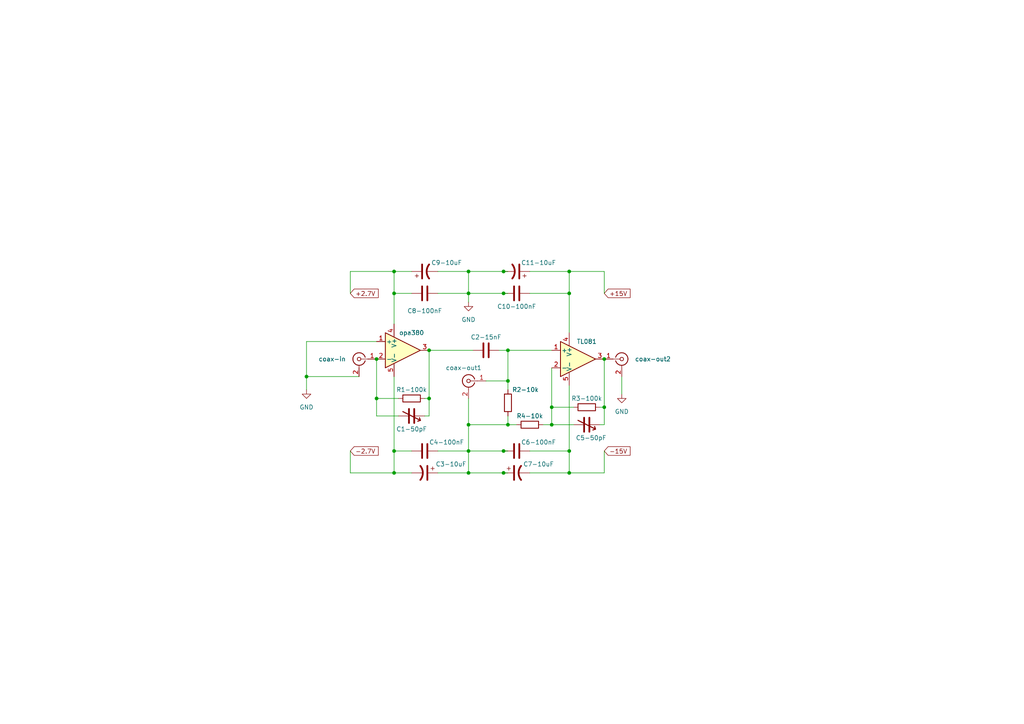
<source format=kicad_sch>
(kicad_sch (version 20230121) (generator eeschema)

  (uuid 1c2464a2-7592-45f1-8818-e9f7f6368cba)

  (paper "A4")

  (lib_symbols
    (symbol "Connector:Conn_Coaxial" (pin_names (offset 1.016) hide) (in_bom yes) (on_board yes)
      (property "Reference" "J" (at 0.254 3.048 0)
        (effects (font (size 1.27 1.27)))
      )
      (property "Value" "Conn_Coaxial" (at 2.921 0 90)
        (effects (font (size 1.27 1.27)))
      )
      (property "Footprint" "" (at 0 0 0)
        (effects (font (size 1.27 1.27)) hide)
      )
      (property "Datasheet" " ~" (at 0 0 0)
        (effects (font (size 1.27 1.27)) hide)
      )
      (property "ki_keywords" "BNC SMA SMB SMC LEMO coaxial connector CINCH RCA" (at 0 0 0)
        (effects (font (size 1.27 1.27)) hide)
      )
      (property "ki_description" "coaxial connector (BNC, SMA, SMB, SMC, Cinch/RCA, LEMO, ...)" (at 0 0 0)
        (effects (font (size 1.27 1.27)) hide)
      )
      (property "ki_fp_filters" "*BNC* *SMA* *SMB* *SMC* *Cinch* *LEMO*" (at 0 0 0)
        (effects (font (size 1.27 1.27)) hide)
      )
      (symbol "Conn_Coaxial_0_1"
        (arc (start -1.778 -0.508) (mid 0.2311 -1.8066) (end 1.778 0)
          (stroke (width 0.254) (type default))
          (fill (type none))
        )
        (polyline
          (pts
            (xy -2.54 0)
            (xy -0.508 0)
          )
          (stroke (width 0) (type default))
          (fill (type none))
        )
        (polyline
          (pts
            (xy 0 -2.54)
            (xy 0 -1.778)
          )
          (stroke (width 0) (type default))
          (fill (type none))
        )
        (circle (center 0 0) (radius 0.508)
          (stroke (width 0.2032) (type default))
          (fill (type none))
        )
        (arc (start 1.778 0) (mid 0.2099 1.8101) (end -1.778 0.508)
          (stroke (width 0.254) (type default))
          (fill (type none))
        )
      )
      (symbol "Conn_Coaxial_1_1"
        (pin passive line (at -5.08 0 0) (length 2.54)
          (name "In" (effects (font (size 1.27 1.27))))
          (number "1" (effects (font (size 1.27 1.27))))
        )
        (pin passive line (at 0 -5.08 90) (length 2.54)
          (name "Ext" (effects (font (size 1.27 1.27))))
          (number "2" (effects (font (size 1.27 1.27))))
        )
      )
    )
    (symbol "Device:C" (pin_numbers hide) (pin_names (offset 0.254)) (in_bom yes) (on_board yes)
      (property "Reference" "C" (at 0.635 2.54 0)
        (effects (font (size 1.27 1.27)) (justify left))
      )
      (property "Value" "C" (at 0.635 -2.54 0)
        (effects (font (size 1.27 1.27)) (justify left))
      )
      (property "Footprint" "" (at 0.9652 -3.81 0)
        (effects (font (size 1.27 1.27)) hide)
      )
      (property "Datasheet" "~" (at 0 0 0)
        (effects (font (size 1.27 1.27)) hide)
      )
      (property "ki_keywords" "cap capacitor" (at 0 0 0)
        (effects (font (size 1.27 1.27)) hide)
      )
      (property "ki_description" "Unpolarized capacitor" (at 0 0 0)
        (effects (font (size 1.27 1.27)) hide)
      )
      (property "ki_fp_filters" "C_*" (at 0 0 0)
        (effects (font (size 1.27 1.27)) hide)
      )
      (symbol "C_0_1"
        (polyline
          (pts
            (xy -2.032 -0.762)
            (xy 2.032 -0.762)
          )
          (stroke (width 0.508) (type default))
          (fill (type none))
        )
        (polyline
          (pts
            (xy -2.032 0.762)
            (xy 2.032 0.762)
          )
          (stroke (width 0.508) (type default))
          (fill (type none))
        )
      )
      (symbol "C_1_1"
        (pin passive line (at 0 3.81 270) (length 2.794)
          (name "~" (effects (font (size 1.27 1.27))))
          (number "1" (effects (font (size 1.27 1.27))))
        )
        (pin passive line (at 0 -3.81 90) (length 2.794)
          (name "~" (effects (font (size 1.27 1.27))))
          (number "2" (effects (font (size 1.27 1.27))))
        )
      )
    )
    (symbol "Device:C_Polarized_US" (pin_numbers hide) (pin_names (offset 0.254) hide) (in_bom yes) (on_board yes)
      (property "Reference" "C" (at 0.635 2.54 0)
        (effects (font (size 1.27 1.27)) (justify left))
      )
      (property "Value" "C_Polarized_US" (at 0.635 -2.54 0)
        (effects (font (size 1.27 1.27)) (justify left))
      )
      (property "Footprint" "" (at 0 0 0)
        (effects (font (size 1.27 1.27)) hide)
      )
      (property "Datasheet" "~" (at 0 0 0)
        (effects (font (size 1.27 1.27)) hide)
      )
      (property "ki_keywords" "cap capacitor" (at 0 0 0)
        (effects (font (size 1.27 1.27)) hide)
      )
      (property "ki_description" "Polarized capacitor, US symbol" (at 0 0 0)
        (effects (font (size 1.27 1.27)) hide)
      )
      (property "ki_fp_filters" "CP_*" (at 0 0 0)
        (effects (font (size 1.27 1.27)) hide)
      )
      (symbol "C_Polarized_US_0_1"
        (polyline
          (pts
            (xy -2.032 0.762)
            (xy 2.032 0.762)
          )
          (stroke (width 0.508) (type default))
          (fill (type none))
        )
        (polyline
          (pts
            (xy -1.778 2.286)
            (xy -0.762 2.286)
          )
          (stroke (width 0) (type default))
          (fill (type none))
        )
        (polyline
          (pts
            (xy -1.27 1.778)
            (xy -1.27 2.794)
          )
          (stroke (width 0) (type default))
          (fill (type none))
        )
        (arc (start 2.032 -1.27) (mid 0 -0.5572) (end -2.032 -1.27)
          (stroke (width 0.508) (type default))
          (fill (type none))
        )
      )
      (symbol "C_Polarized_US_1_1"
        (pin passive line (at 0 3.81 270) (length 2.794)
          (name "~" (effects (font (size 1.27 1.27))))
          (number "1" (effects (font (size 1.27 1.27))))
        )
        (pin passive line (at 0 -3.81 90) (length 3.302)
          (name "~" (effects (font (size 1.27 1.27))))
          (number "2" (effects (font (size 1.27 1.27))))
        )
      )
    )
    (symbol "Device:C_Variable" (pin_numbers hide) (pin_names (offset 0.254) hide) (in_bom yes) (on_board yes)
      (property "Reference" "C" (at 0.635 -1.905 0)
        (effects (font (size 1.27 1.27)) (justify left))
      )
      (property "Value" "C_Variable" (at 0.635 -3.81 0)
        (effects (font (size 1.27 1.27)) (justify left))
      )
      (property "Footprint" "" (at 0 0 0)
        (effects (font (size 1.27 1.27)) hide)
      )
      (property "Datasheet" "~" (at 0 0 0)
        (effects (font (size 1.27 1.27)) hide)
      )
      (property "ki_keywords" "trimmer capacitor" (at 0 0 0)
        (effects (font (size 1.27 1.27)) hide)
      )
      (property "ki_description" "Variable capacitor" (at 0 0 0)
        (effects (font (size 1.27 1.27)) hide)
      )
      (symbol "C_Variable_0_1"
        (polyline
          (pts
            (xy -2.032 -0.762)
            (xy 2.032 -0.762)
          )
          (stroke (width 0.508) (type default))
          (fill (type none))
        )
        (polyline
          (pts
            (xy -2.032 0.762)
            (xy 2.032 0.762)
          )
          (stroke (width 0.508) (type default))
          (fill (type none))
        )
        (polyline
          (pts
            (xy 1.27 2.54)
            (xy -1.27 -2.54)
          )
          (stroke (width 0.3048) (type default))
          (fill (type none))
        )
        (polyline
          (pts
            (xy 1.27 2.54)
            (xy 0.508 2.286)
          )
          (stroke (width 0.3048) (type default))
          (fill (type none))
        )
        (polyline
          (pts
            (xy 1.27 2.54)
            (xy 1.524 1.778)
          )
          (stroke (width 0.3048) (type default))
          (fill (type none))
        )
      )
      (symbol "C_Variable_1_1"
        (pin passive line (at 0 3.81 270) (length 3.048)
          (name "~" (effects (font (size 1.27 1.27))))
          (number "1" (effects (font (size 1.27 1.27))))
        )
        (pin passive line (at 0 -3.81 90) (length 3.048)
          (name "~" (effects (font (size 1.27 1.27))))
          (number "2" (effects (font (size 1.27 1.27))))
        )
      )
    )
    (symbol "Device:R" (pin_numbers hide) (pin_names (offset 0)) (in_bom yes) (on_board yes)
      (property "Reference" "R" (at 2.032 0 90)
        (effects (font (size 1.27 1.27)))
      )
      (property "Value" "R" (at 0 0 90)
        (effects (font (size 1.27 1.27)))
      )
      (property "Footprint" "" (at -1.778 0 90)
        (effects (font (size 1.27 1.27)) hide)
      )
      (property "Datasheet" "~" (at 0 0 0)
        (effects (font (size 1.27 1.27)) hide)
      )
      (property "ki_keywords" "R res resistor" (at 0 0 0)
        (effects (font (size 1.27 1.27)) hide)
      )
      (property "ki_description" "Resistor" (at 0 0 0)
        (effects (font (size 1.27 1.27)) hide)
      )
      (property "ki_fp_filters" "R_*" (at 0 0 0)
        (effects (font (size 1.27 1.27)) hide)
      )
      (symbol "R_0_1"
        (rectangle (start -1.016 -2.54) (end 1.016 2.54)
          (stroke (width 0.254) (type default))
          (fill (type none))
        )
      )
      (symbol "R_1_1"
        (pin passive line (at 0 3.81 270) (length 1.27)
          (name "~" (effects (font (size 1.27 1.27))))
          (number "1" (effects (font (size 1.27 1.27))))
        )
        (pin passive line (at 0 -3.81 90) (length 1.27)
          (name "~" (effects (font (size 1.27 1.27))))
          (number "2" (effects (font (size 1.27 1.27))))
        )
      )
    )
    (symbol "Simulation_SPICE:OPAMP" (pin_names (offset 0.254)) (in_bom yes) (on_board yes)
      (property "Reference" "U" (at 3.81 3.175 0)
        (effects (font (size 1.27 1.27)) (justify left))
      )
      (property "Value" "${SIM.PARAMS}" (at 3.81 -3.175 0)
        (effects (font (size 1.27 1.27)) (justify left))
      )
      (property "Footprint" "" (at 0 0 0)
        (effects (font (size 1.27 1.27)) hide)
      )
      (property "Datasheet" "~" (at 0 0 0)
        (effects (font (size 1.27 1.27)) hide)
      )
      (property "Sim.Pins" "1=1 2=2 3=3 4=4 5=5" (at 0 0 0)
        (effects (font (size 1.27 1.27)) hide)
      )
      (property "Sim.Device" "SPICE" (at 0 0 0)
        (effects (font (size 1.27 1.27)) (justify left) hide)
      )
      (property "Sim.Params" "type=\"X\" model=\"OPAMP\" lib=\"\"" (at 0 0 0)
        (effects (font (size 1.27 1.27)) hide)
      )
      (property "ki_keywords" "simulation" (at 0 0 0)
        (effects (font (size 1.27 1.27)) hide)
      )
      (property "ki_description" "Operational amplifier, single, node sequence=1:+ 2:- 3:OUT 4:V+ 5:V-" (at 0 0 0)
        (effects (font (size 1.27 1.27)) hide)
      )
      (symbol "OPAMP_0_1"
        (polyline
          (pts
            (xy 5.08 0)
            (xy -5.08 5.08)
            (xy -5.08 -5.08)
            (xy 5.08 0)
          )
          (stroke (width 0.254) (type default))
          (fill (type background))
        )
      )
      (symbol "OPAMP_1_1"
        (pin input line (at -7.62 2.54 0) (length 2.54)
          (name "+" (effects (font (size 1.27 1.27))))
          (number "1" (effects (font (size 1.27 1.27))))
        )
        (pin input line (at -7.62 -2.54 0) (length 2.54)
          (name "-" (effects (font (size 1.27 1.27))))
          (number "2" (effects (font (size 1.27 1.27))))
        )
        (pin output line (at 7.62 0 180) (length 2.54)
          (name "~" (effects (font (size 1.27 1.27))))
          (number "3" (effects (font (size 1.27 1.27))))
        )
        (pin power_in line (at -2.54 7.62 270) (length 3.81)
          (name "V+" (effects (font (size 1.27 1.27))))
          (number "4" (effects (font (size 1.27 1.27))))
        )
        (pin power_in line (at -2.54 -7.62 90) (length 3.81)
          (name "V-" (effects (font (size 1.27 1.27))))
          (number "5" (effects (font (size 1.27 1.27))))
        )
      )
    )
    (symbol "power:GND" (power) (pin_names (offset 0)) (in_bom yes) (on_board yes)
      (property "Reference" "#PWR" (at 0 -6.35 0)
        (effects (font (size 1.27 1.27)) hide)
      )
      (property "Value" "GND" (at 0 -3.81 0)
        (effects (font (size 1.27 1.27)))
      )
      (property "Footprint" "" (at 0 0 0)
        (effects (font (size 1.27 1.27)) hide)
      )
      (property "Datasheet" "" (at 0 0 0)
        (effects (font (size 1.27 1.27)) hide)
      )
      (property "ki_keywords" "global power" (at 0 0 0)
        (effects (font (size 1.27 1.27)) hide)
      )
      (property "ki_description" "Power symbol creates a global label with name \"GND\" , ground" (at 0 0 0)
        (effects (font (size 1.27 1.27)) hide)
      )
      (symbol "GND_0_1"
        (polyline
          (pts
            (xy 0 0)
            (xy 0 -1.27)
            (xy 1.27 -1.27)
            (xy 0 -2.54)
            (xy -1.27 -1.27)
            (xy 0 -1.27)
          )
          (stroke (width 0) (type default))
          (fill (type none))
        )
      )
      (symbol "GND_1_1"
        (pin power_in line (at 0 0 270) (length 0) hide
          (name "GND" (effects (font (size 1.27 1.27))))
          (number "1" (effects (font (size 1.27 1.27))))
        )
      )
    )
  )

  (junction (at 160.02 123.19) (diameter 0) (color 0 0 0 0)
    (uuid 05a26efa-d29c-4978-aaf5-4e4f3e325973)
  )
  (junction (at 124.46 115.57) (diameter 0) (color 0 0 0 0)
    (uuid 0fa712f7-e466-4b83-8bfd-0579bd19b841)
  )
  (junction (at 114.3 85.09) (diameter 0) (color 0 0 0 0)
    (uuid 325b6975-7f33-4fe3-b2bb-de4e07e2ed45)
  )
  (junction (at 109.22 115.57) (diameter 0) (color 0 0 0 0)
    (uuid 3f8b4957-c064-4f3e-8eca-fba7154db956)
  )
  (junction (at 88.9 109.22) (diameter 0) (color 0 0 0 0)
    (uuid 4471ad9b-124b-4bab-ad0b-867bc946a620)
  )
  (junction (at 175.26 118.11) (diameter 0) (color 0 0 0 0)
    (uuid 4a76718a-f5ef-48f7-996a-ec7ff139e2af)
  )
  (junction (at 135.89 85.09) (diameter 0) (color 0 0 0 0)
    (uuid 4fe2fd85-4bf3-4ba6-ba0e-222fd8fe3b28)
  )
  (junction (at 114.3 137.16) (diameter 0) (color 0 0 0 0)
    (uuid 4fff25a4-9648-485a-ae8c-5eb6d05fe4fa)
  )
  (junction (at 146.05 137.16) (diameter 0) (color 0 0 0 0)
    (uuid 542e54f5-cb99-4c29-a48a-fba78c6d5591)
  )
  (junction (at 114.3 130.81) (diameter 0) (color 0 0 0 0)
    (uuid 5566dec4-eea4-4489-9466-acad298d536d)
  )
  (junction (at 135.89 137.16) (diameter 0) (color 0 0 0 0)
    (uuid 5591b8fd-86db-4404-8439-ad53f3c8e8ce)
  )
  (junction (at 147.32 110.49) (diameter 0) (color 0 0 0 0)
    (uuid 598b704c-04d4-4e00-9f9c-087fc3088528)
  )
  (junction (at 146.05 78.74) (diameter 0) (color 0 0 0 0)
    (uuid 5a755db7-b355-46aa-b8bd-87d17179af60)
  )
  (junction (at 146.05 130.81) (diameter 0) (color 0 0 0 0)
    (uuid 64c1b379-1e30-427c-9950-5da22fc12fcf)
  )
  (junction (at 165.1 130.81) (diameter 0) (color 0 0 0 0)
    (uuid 6f71eb0f-380c-4df4-a5df-d2b0b8fdd6fa)
  )
  (junction (at 135.89 130.81) (diameter 0) (color 0 0 0 0)
    (uuid 71d5f2cd-5463-416d-99fe-eba09a78a061)
  )
  (junction (at 146.05 85.09) (diameter 0) (color 0 0 0 0)
    (uuid 85fa4bda-9a22-422a-8aba-f01f35002c4d)
  )
  (junction (at 124.46 101.6) (diameter 0) (color 0 0 0 0)
    (uuid 9c1d14a6-3698-43eb-a123-e9aa69c04b46)
  )
  (junction (at 175.26 104.14) (diameter 0) (color 0 0 0 0)
    (uuid a4b33ddb-034d-4477-9895-13dacaca1c33)
  )
  (junction (at 165.1 78.74) (diameter 0) (color 0 0 0 0)
    (uuid a699189d-40bf-4a29-af5a-9b191933139d)
  )
  (junction (at 135.89 78.74) (diameter 0) (color 0 0 0 0)
    (uuid b8b56e36-77ae-4639-be97-8d0e7ba9ffb1)
  )
  (junction (at 147.32 123.19) (diameter 0) (color 0 0 0 0)
    (uuid ba964749-0fdb-46f7-be51-7493dc004cd5)
  )
  (junction (at 160.02 118.11) (diameter 0) (color 0 0 0 0)
    (uuid c099a9d8-c43f-410c-810a-78fdfab8faa9)
  )
  (junction (at 147.32 101.6) (diameter 0) (color 0 0 0 0)
    (uuid c9aea26b-6c37-44c0-a114-b641f017bf62)
  )
  (junction (at 135.89 123.19) (diameter 0) (color 0 0 0 0)
    (uuid d72f9714-dfae-4131-8585-e163f62a387b)
  )
  (junction (at 165.1 137.16) (diameter 0) (color 0 0 0 0)
    (uuid db148f95-293f-46c0-9ace-30fd11963805)
  )
  (junction (at 165.1 85.09) (diameter 0) (color 0 0 0 0)
    (uuid db20811d-ffe4-4a7a-8819-5b7a2c1b1855)
  )
  (junction (at 109.22 104.14) (diameter 0) (color 0 0 0 0)
    (uuid e9607b20-a4c4-422d-99a0-7370576b4a76)
  )
  (junction (at 114.3 78.74) (diameter 0) (color 0 0 0 0)
    (uuid e994fa6d-3cf3-4238-b296-6b6d71e15a7a)
  )

  (wire (pts (xy 147.32 78.74) (xy 146.05 78.74))
    (stroke (width 0) (type default))
    (uuid 00255f13-72f3-4d7f-88dc-1baead39a604)
  )
  (wire (pts (xy 153.67 85.09) (xy 165.1 85.09))
    (stroke (width 0) (type default))
    (uuid 01cc286e-1b46-40d3-8a73-bf8e4c2fbfff)
  )
  (wire (pts (xy 114.3 85.09) (xy 114.3 93.98))
    (stroke (width 0) (type default))
    (uuid 03be056c-7ec2-4460-a664-63f2686bbf4c)
  )
  (wire (pts (xy 160.02 106.68) (xy 160.02 118.11))
    (stroke (width 0) (type default))
    (uuid 05e8ddf4-27f3-46a3-9cac-e87d653fe57d)
  )
  (wire (pts (xy 135.89 123.19) (xy 135.89 130.81))
    (stroke (width 0) (type default))
    (uuid 05f7af5f-9b58-41e5-8110-51aec27aadef)
  )
  (wire (pts (xy 109.22 115.57) (xy 115.57 115.57))
    (stroke (width 0) (type default))
    (uuid 0bd6df8a-a9ad-45cf-a91b-ab34f37f2f34)
  )
  (wire (pts (xy 135.89 85.09) (xy 135.89 78.74))
    (stroke (width 0) (type default))
    (uuid 1043f74a-0b16-4969-96b1-b2a9530007f9)
  )
  (wire (pts (xy 101.6 137.16) (xy 114.3 137.16))
    (stroke (width 0) (type default))
    (uuid 107c80af-fce4-472f-8e49-947a1bd6579e)
  )
  (wire (pts (xy 135.89 123.19) (xy 147.32 123.19))
    (stroke (width 0) (type default))
    (uuid 15907b5f-5934-4246-b720-b781999ef22e)
  )
  (wire (pts (xy 147.32 120.65) (xy 147.32 123.19))
    (stroke (width 0) (type default))
    (uuid 17c6644e-227e-46f3-8ad0-ac1178d9bcd0)
  )
  (wire (pts (xy 147.32 123.19) (xy 149.86 123.19))
    (stroke (width 0) (type default))
    (uuid 1d5cea84-a78c-4e40-a34b-42e6a1df4705)
  )
  (wire (pts (xy 147.32 110.49) (xy 147.32 113.03))
    (stroke (width 0) (type default))
    (uuid 1d6ba5d4-46e3-4a18-9cd5-870893bc31c3)
  )
  (wire (pts (xy 127 137.16) (xy 135.89 137.16))
    (stroke (width 0) (type default))
    (uuid 210ce0fc-4694-402b-ab26-e01c3306e05e)
  )
  (wire (pts (xy 124.46 101.6) (xy 124.46 115.57))
    (stroke (width 0) (type default))
    (uuid 26405046-75b6-40e8-bed5-ce59e3c3fa54)
  )
  (wire (pts (xy 114.3 78.74) (xy 114.3 85.09))
    (stroke (width 0) (type default))
    (uuid 27a2ae9f-03c6-4791-b9bb-6f60ba246b1e)
  )
  (wire (pts (xy 135.89 137.16) (xy 146.05 137.16))
    (stroke (width 0) (type default))
    (uuid 2ac26221-9025-4637-9e73-366ad1692c05)
  )
  (wire (pts (xy 165.1 130.81) (xy 165.1 137.16))
    (stroke (width 0) (type default))
    (uuid 2e59205b-f643-4939-8750-b5244839298e)
  )
  (wire (pts (xy 114.3 137.16) (xy 119.38 137.16))
    (stroke (width 0) (type default))
    (uuid 31d7c6fa-bc90-41bc-a4ac-f61e473cb649)
  )
  (wire (pts (xy 88.9 113.03) (xy 88.9 109.22))
    (stroke (width 0) (type default))
    (uuid 389bf446-2400-4094-a3f5-cf96a6ff0451)
  )
  (wire (pts (xy 140.97 110.49) (xy 147.32 110.49))
    (stroke (width 0) (type default))
    (uuid 3d47b0d8-d6b1-4fc9-a22f-99d476be167b)
  )
  (wire (pts (xy 109.22 120.65) (xy 115.57 120.65))
    (stroke (width 0) (type default))
    (uuid 3e9effa1-66c0-4b8e-a7ac-db1004d7ce24)
  )
  (wire (pts (xy 160.02 118.11) (xy 160.02 123.19))
    (stroke (width 0) (type default))
    (uuid 40afa305-f586-41ba-bd27-a0b6974a6c48)
  )
  (wire (pts (xy 124.46 101.6) (xy 137.16 101.6))
    (stroke (width 0) (type default))
    (uuid 4236483e-0c5b-460f-8679-09d58e9f4478)
  )
  (wire (pts (xy 101.6 137.16) (xy 101.6 130.81))
    (stroke (width 0) (type default))
    (uuid 49356f63-f451-4236-aeae-c6e8a2580a60)
  )
  (wire (pts (xy 153.67 78.74) (xy 165.1 78.74))
    (stroke (width 0) (type default))
    (uuid 4e2ec1c7-061d-47c6-8429-7b1b56fd3c8c)
  )
  (wire (pts (xy 175.26 118.11) (xy 173.99 118.11))
    (stroke (width 0) (type default))
    (uuid 506773a8-2049-433f-9b83-1f8d6e9363d6)
  )
  (wire (pts (xy 147.32 101.6) (xy 147.32 110.49))
    (stroke (width 0) (type default))
    (uuid 5bae4596-ae73-4964-b964-734693bb941c)
  )
  (wire (pts (xy 175.26 118.11) (xy 175.26 123.19))
    (stroke (width 0) (type default))
    (uuid 5d36e4ff-6506-4481-b054-be3de84bee33)
  )
  (wire (pts (xy 135.89 130.81) (xy 146.05 130.81))
    (stroke (width 0) (type default))
    (uuid 5da2f89e-59de-4b11-b980-6fdec23a8bc1)
  )
  (wire (pts (xy 175.26 104.14) (xy 175.26 118.11))
    (stroke (width 0) (type default))
    (uuid 5e80a254-5a5d-4c9a-a424-2ef3592e87fd)
  )
  (wire (pts (xy 147.32 85.09) (xy 146.05 85.09))
    (stroke (width 0) (type default))
    (uuid 647762d5-9de5-47c0-8bd9-620752297078)
  )
  (wire (pts (xy 175.26 137.16) (xy 175.26 130.81))
    (stroke (width 0) (type default))
    (uuid 67306a11-4a44-4ea9-a7fb-bf5249752f60)
  )
  (wire (pts (xy 101.6 78.74) (xy 114.3 78.74))
    (stroke (width 0) (type default))
    (uuid 67a7b428-7255-4eae-9a00-5e736a67bf71)
  )
  (wire (pts (xy 127 78.74) (xy 135.89 78.74))
    (stroke (width 0) (type default))
    (uuid 682fc13d-bcde-40de-9a21-cb0dca6e2e02)
  )
  (wire (pts (xy 175.26 85.09) (xy 175.26 78.74))
    (stroke (width 0) (type default))
    (uuid 695c403a-987c-4520-8781-b4efd297149d)
  )
  (wire (pts (xy 109.22 115.57) (xy 109.22 120.65))
    (stroke (width 0) (type default))
    (uuid 6c73c90e-1efa-4b51-a6e1-fbd6f8acdeb2)
  )
  (wire (pts (xy 124.46 120.65) (xy 123.19 120.65))
    (stroke (width 0) (type default))
    (uuid 6f6f4736-ad9e-4740-b25a-d891330daf2d)
  )
  (wire (pts (xy 109.22 99.06) (xy 88.9 99.06))
    (stroke (width 0) (type default))
    (uuid 75480776-9b74-4514-9558-9919413ba2ac)
  )
  (wire (pts (xy 88.9 99.06) (xy 88.9 109.22))
    (stroke (width 0) (type default))
    (uuid 7657e2e7-1659-48de-91c1-d24375762a9e)
  )
  (wire (pts (xy 109.22 104.14) (xy 109.22 115.57))
    (stroke (width 0) (type default))
    (uuid 7b401306-54ab-459f-8b4c-733e4830f553)
  )
  (wire (pts (xy 101.6 78.74) (xy 101.6 85.09))
    (stroke (width 0) (type default))
    (uuid 7cc3544f-e619-4877-ad0e-ee9d4402ea3b)
  )
  (wire (pts (xy 124.46 115.57) (xy 124.46 120.65))
    (stroke (width 0) (type default))
    (uuid 7fcb3728-4eeb-4b73-aaad-a17e359c4a60)
  )
  (wire (pts (xy 153.67 130.81) (xy 165.1 130.81))
    (stroke (width 0) (type default))
    (uuid 81a664b4-76c7-4c81-83c2-042336f1735a)
  )
  (wire (pts (xy 135.89 115.57) (xy 135.89 123.19))
    (stroke (width 0) (type default))
    (uuid 83bc5023-22e0-42aa-97af-4c5f75900caa)
  )
  (wire (pts (xy 114.3 130.81) (xy 114.3 137.16))
    (stroke (width 0) (type default))
    (uuid 83d8f69e-72d9-4b44-a99e-7d796e96a74b)
  )
  (wire (pts (xy 114.3 109.22) (xy 114.3 130.81))
    (stroke (width 0) (type default))
    (uuid 858bc044-1edb-4ad4-ba4e-e66a0ffeae6e)
  )
  (wire (pts (xy 147.32 101.6) (xy 160.02 101.6))
    (stroke (width 0) (type default))
    (uuid 8715cc27-455a-4953-ba4c-b97387eaab7b)
  )
  (wire (pts (xy 114.3 78.74) (xy 119.38 78.74))
    (stroke (width 0) (type default))
    (uuid 8c3133fd-4240-4004-8ab0-fda898ea72ae)
  )
  (wire (pts (xy 124.46 115.57) (xy 123.19 115.57))
    (stroke (width 0) (type default))
    (uuid 8f7c5756-5c81-4f60-8e6b-dbc30bfbccba)
  )
  (wire (pts (xy 157.48 123.19) (xy 160.02 123.19))
    (stroke (width 0) (type default))
    (uuid 91668b95-b05f-4606-8e46-1fc82bab3c4d)
  )
  (wire (pts (xy 180.34 114.3) (xy 180.34 109.22))
    (stroke (width 0) (type default))
    (uuid 91bd62f4-5896-4b02-a051-a1b5b6af8c40)
  )
  (wire (pts (xy 144.78 101.6) (xy 147.32 101.6))
    (stroke (width 0) (type default))
    (uuid 94c12a2d-9542-4ab9-959b-db65701a211a)
  )
  (wire (pts (xy 114.3 85.09) (xy 119.38 85.09))
    (stroke (width 0) (type default))
    (uuid a00362c5-ac14-498a-94b6-efeaf148a66f)
  )
  (wire (pts (xy 135.89 85.09) (xy 146.05 85.09))
    (stroke (width 0) (type default))
    (uuid a6a09389-ba4c-4c47-81f7-2abfa22d0f7d)
  )
  (wire (pts (xy 175.26 78.74) (xy 165.1 78.74))
    (stroke (width 0) (type default))
    (uuid a875013b-7f9a-4bff-afaf-6553b36d25e4)
  )
  (wire (pts (xy 135.89 87.63) (xy 135.89 85.09))
    (stroke (width 0) (type default))
    (uuid ba396769-0ac8-41d2-a413-20d0e2b2b03a)
  )
  (wire (pts (xy 147.32 137.16) (xy 146.05 137.16))
    (stroke (width 0) (type default))
    (uuid bc0f56d7-a262-466b-aa1a-81570ad3ac5c)
  )
  (wire (pts (xy 153.67 137.16) (xy 165.1 137.16))
    (stroke (width 0) (type default))
    (uuid c0a04a98-c183-42fc-8374-a4073f5d9f4b)
  )
  (wire (pts (xy 135.89 130.81) (xy 135.89 137.16))
    (stroke (width 0) (type default))
    (uuid c37427d1-c7ba-4b38-b6c3-86a7494cc748)
  )
  (wire (pts (xy 114.3 130.81) (xy 119.38 130.81))
    (stroke (width 0) (type default))
    (uuid c7c9a08c-fb47-4154-99d7-15aa52fe5cd0)
  )
  (wire (pts (xy 165.1 111.76) (xy 165.1 130.81))
    (stroke (width 0) (type default))
    (uuid d5bd4de1-88fd-4f12-8a83-0a0f98292855)
  )
  (wire (pts (xy 160.02 123.19) (xy 166.37 123.19))
    (stroke (width 0) (type default))
    (uuid dd6d2646-e37e-44a3-9f66-810515c170ba)
  )
  (wire (pts (xy 147.32 130.81) (xy 146.05 130.81))
    (stroke (width 0) (type default))
    (uuid e5e99a6a-fbcd-4983-a317-c7e646a5789a)
  )
  (wire (pts (xy 160.02 118.11) (xy 166.37 118.11))
    (stroke (width 0) (type default))
    (uuid e64e0cd4-c726-421b-b3b4-294a8733ef78)
  )
  (wire (pts (xy 135.89 78.74) (xy 146.05 78.74))
    (stroke (width 0) (type default))
    (uuid e92d8304-1ffb-41ca-bcfb-f347a400f9a4)
  )
  (wire (pts (xy 165.1 78.74) (xy 165.1 85.09))
    (stroke (width 0) (type default))
    (uuid eb54baef-e97d-464d-8ae8-ce175e226485)
  )
  (wire (pts (xy 165.1 85.09) (xy 165.1 96.52))
    (stroke (width 0) (type default))
    (uuid efbe7cad-d3a3-4b03-9a14-3705362f5832)
  )
  (wire (pts (xy 88.9 109.22) (xy 104.14 109.22))
    (stroke (width 0) (type default))
    (uuid f522f3e9-a5ea-4edd-a84a-9280283e57f3)
  )
  (wire (pts (xy 175.26 137.16) (xy 165.1 137.16))
    (stroke (width 0) (type default))
    (uuid f6f0df75-4cdb-4dc8-a7e0-0452bece219c)
  )
  (wire (pts (xy 127 130.81) (xy 135.89 130.81))
    (stroke (width 0) (type default))
    (uuid fb9a909b-afb7-4e96-8034-ca9d2baab0c9)
  )
  (wire (pts (xy 127 85.09) (xy 135.89 85.09))
    (stroke (width 0) (type default))
    (uuid fcb9dc2a-2b36-433a-b672-2ea1dcfd8452)
  )
  (wire (pts (xy 175.26 123.19) (xy 173.99 123.19))
    (stroke (width 0) (type default))
    (uuid fd22fe40-515f-4390-8a11-54dc1106ad7a)
  )

  (global_label "-15V" (shape input) (at 175.26 130.81 0) (fields_autoplaced)
    (effects (font (size 1.27 1.27)) (justify left))
    (uuid 2589da72-c7d8-4c6b-890d-8d9d961ecee2)
    (property "Intersheetrefs" "${INTERSHEET_REFS}" (at 183.2458 130.81 0)
      (effects (font (size 1.27 1.27)) (justify left) hide)
    )
  )
  (global_label "-2.7V" (shape input) (at 101.6 130.81 0) (fields_autoplaced)
    (effects (font (size 1.27 1.27)) (justify left))
    (uuid 7d546442-d3a0-42b5-89b1-dd514b3ba29a)
    (property "Intersheetrefs" "${INTERSHEET_REFS}" (at 110.1906 130.81 0)
      (effects (font (size 1.27 1.27)) (justify left) hide)
    )
  )
  (global_label "+15V" (shape input) (at 175.26 85.09 0) (fields_autoplaced)
    (effects (font (size 1.27 1.27)) (justify left))
    (uuid bbeb404a-0f5e-4e68-920d-0906086950c6)
    (property "Intersheetrefs" "${INTERSHEET_REFS}" (at 183.2458 85.09 0)
      (effects (font (size 1.27 1.27)) (justify left) hide)
    )
  )
  (global_label "+2.7V" (shape input) (at 101.6 85.09 0) (fields_autoplaced)
    (effects (font (size 1.27 1.27)) (justify left))
    (uuid e06d01d8-da29-4fd4-b63b-b873f938b57e)
    (property "Intersheetrefs" "${INTERSHEET_REFS}" (at 110.1906 85.09 0)
      (effects (font (size 1.27 1.27)) (justify left) hide)
    )
  )

  (symbol (lib_id "Connector:Conn_Coaxial") (at 135.89 110.49 0) (mirror y) (unit 1)
    (in_bom yes) (on_board yes) (dnp no)
    (uuid 0e5d2747-55ba-46e7-a758-2d7505229d33)
    (property "Reference" "J2" (at 132.08 110.1482 0)
      (effects (font (size 1.27 1.27)) (justify left) hide)
    )
    (property "Value" "coax-out1" (at 139.7 106.68 0)
      (effects (font (size 1.27 1.27)) (justify left))
    )
    (property "Footprint" "" (at 135.89 110.49 0)
      (effects (font (size 1.27 1.27)) hide)
    )
    (property "Datasheet" " ~" (at 135.89 110.49 0)
      (effects (font (size 1.27 1.27)) hide)
    )
    (pin "1" (uuid b7ff318e-77f3-4b5c-b489-1b5ea23d100c))
    (pin "2" (uuid bbf65665-9cf6-4fac-a46b-d9da65b1ab85))
    (instances
      (project "ampli-ASS"
        (path "/1c2464a2-7592-45f1-8818-e9f7f6368cba"
          (reference "J2") (unit 1)
        )
      )
    )
  )

  (symbol (lib_id "Device:C") (at 140.97 101.6 270) (unit 1)
    (in_bom yes) (on_board yes) (dnp no)
    (uuid 1aede6f3-3c75-4542-b951-5630c6542106)
    (property "Reference" "C2-15nF" (at 140.97 97.79 90)
      (effects (font (size 1.27 1.27)))
    )
    (property "Value" "C" (at 140.97 97.79 90)
      (effects (font (size 1.27 1.27)) hide)
    )
    (property "Footprint" "" (at 137.16 102.5652 0)
      (effects (font (size 1.27 1.27)) hide)
    )
    (property "Datasheet" "~" (at 140.97 101.6 0)
      (effects (font (size 1.27 1.27)) hide)
    )
    (pin "1" (uuid f32314f5-0f46-4d9d-9b7c-a81689d0ebc8))
    (pin "2" (uuid f503ed13-8209-45d7-8035-5d1bc1ef7305))
    (instances
      (project "ampli-ASS"
        (path "/1c2464a2-7592-45f1-8818-e9f7f6368cba"
          (reference "C2-15nF") (unit 1)
        )
      )
    )
  )

  (symbol (lib_id "Device:C_Polarized_US") (at 149.86 137.16 90) (mirror x) (unit 1)
    (in_bom yes) (on_board yes) (dnp no)
    (uuid 3aa69e1e-6196-436e-a6ee-be20d935ed94)
    (property "Reference" "C7-10uF" (at 156.21 134.62 90)
      (effects (font (size 1.27 1.27)))
    )
    (property "Value" "C_Polarized_US" (at 149.225 133.35 90)
      (effects (font (size 1.27 1.27)) hide)
    )
    (property "Footprint" "" (at 149.86 137.16 0)
      (effects (font (size 1.27 1.27)) hide)
    )
    (property "Datasheet" "~" (at 149.86 137.16 0)
      (effects (font (size 1.27 1.27)) hide)
    )
    (pin "1" (uuid 096385ae-eb84-4c0a-9858-e581c03d6c2c))
    (pin "2" (uuid 6867fa59-d102-47dd-a5d2-90af43050600))
    (instances
      (project "ampli-ASS"
        (path "/1c2464a2-7592-45f1-8818-e9f7f6368cba"
          (reference "C7-10uF") (unit 1)
        )
      )
    )
  )

  (symbol (lib_id "power:GND") (at 180.34 114.3 0) (mirror y) (unit 1)
    (in_bom yes) (on_board yes) (dnp no) (fields_autoplaced)
    (uuid 42d485df-db32-43ec-b17c-e6fa25e4fd7b)
    (property "Reference" "#PWR03" (at 180.34 120.65 0)
      (effects (font (size 1.27 1.27)) hide)
    )
    (property "Value" "GND" (at 180.34 119.38 0)
      (effects (font (size 1.27 1.27)))
    )
    (property "Footprint" "" (at 180.34 114.3 0)
      (effects (font (size 1.27 1.27)) hide)
    )
    (property "Datasheet" "" (at 180.34 114.3 0)
      (effects (font (size 1.27 1.27)) hide)
    )
    (pin "1" (uuid 4c4cba7a-1868-4b85-bbbb-6c3fba6b5066))
    (instances
      (project "ampli-ASS"
        (path "/1c2464a2-7592-45f1-8818-e9f7f6368cba"
          (reference "#PWR03") (unit 1)
        )
      )
    )
  )

  (symbol (lib_id "Device:C_Polarized_US") (at 149.86 78.74 270) (mirror x) (unit 1)
    (in_bom yes) (on_board yes) (dnp no)
    (uuid 4efd15d5-2e1b-444a-84de-ab78fb37852b)
    (property "Reference" "C11-10uF" (at 156.21 76.2 90)
      (effects (font (size 1.27 1.27)))
    )
    (property "Value" "C_Polarized_US" (at 150.495 82.55 90)
      (effects (font (size 1.27 1.27)) hide)
    )
    (property "Footprint" "" (at 149.86 78.74 0)
      (effects (font (size 1.27 1.27)) hide)
    )
    (property "Datasheet" "~" (at 149.86 78.74 0)
      (effects (font (size 1.27 1.27)) hide)
    )
    (pin "1" (uuid c36216ac-e348-4ec6-a8ff-cf572a466b67))
    (pin "2" (uuid 1edff37a-9628-4884-9580-e759451e5e89))
    (instances
      (project "ampli-ASS"
        (path "/1c2464a2-7592-45f1-8818-e9f7f6368cba"
          (reference "C11-10uF") (unit 1)
        )
      )
    )
  )

  (symbol (lib_id "Device:C") (at 123.19 130.81 270) (unit 1)
    (in_bom yes) (on_board yes) (dnp no)
    (uuid 5d38366f-e2aa-4650-b3ad-428d34de7f06)
    (property "Reference" "C4-100nF" (at 129.54 128.27 90)
      (effects (font (size 1.27 1.27)))
    )
    (property "Value" "C" (at 123.19 127 90)
      (effects (font (size 1.27 1.27)) hide)
    )
    (property "Footprint" "" (at 119.38 131.7752 0)
      (effects (font (size 1.27 1.27)) hide)
    )
    (property "Datasheet" "~" (at 123.19 130.81 0)
      (effects (font (size 1.27 1.27)) hide)
    )
    (pin "1" (uuid cb36e0e5-92c4-4b0d-9c99-cd461fc3d89c))
    (pin "2" (uuid 0348dd98-e8f2-4ab0-a130-5e5b1265c87a))
    (instances
      (project "ampli-ASS"
        (path "/1c2464a2-7592-45f1-8818-e9f7f6368cba"
          (reference "C4-100nF") (unit 1)
        )
      )
    )
  )

  (symbol (lib_id "Device:C") (at 149.86 130.81 270) (unit 1)
    (in_bom yes) (on_board yes) (dnp no)
    (uuid 62d9be4a-5c35-47f1-b22e-1d3437021d39)
    (property "Reference" "C6-100nF" (at 156.21 128.27 90)
      (effects (font (size 1.27 1.27)))
    )
    (property "Value" "C" (at 149.86 127 90)
      (effects (font (size 1.27 1.27)) hide)
    )
    (property "Footprint" "" (at 146.05 131.7752 0)
      (effects (font (size 1.27 1.27)) hide)
    )
    (property "Datasheet" "~" (at 149.86 130.81 0)
      (effects (font (size 1.27 1.27)) hide)
    )
    (pin "1" (uuid 604f7737-27e2-43f6-b31d-c29e3c03a3db))
    (pin "2" (uuid 6341784b-3dea-459e-881b-9d073b4efc73))
    (instances
      (project "ampli-ASS"
        (path "/1c2464a2-7592-45f1-8818-e9f7f6368cba"
          (reference "C6-100nF") (unit 1)
        )
      )
    )
  )

  (symbol (lib_id "Device:C_Variable") (at 119.38 120.65 270) (unit 1)
    (in_bom yes) (on_board yes) (dnp no)
    (uuid 679fee31-9fbd-406b-9628-4f3dac8267da)
    (property "Reference" "C1-50pF" (at 119.38 124.46 90)
      (effects (font (size 1.27 1.27)))
    )
    (property "Value" "C_Variable" (at 119.38 116.84 90)
      (effects (font (size 1.27 1.27)) hide)
    )
    (property "Footprint" "" (at 119.38 120.65 0)
      (effects (font (size 1.27 1.27)) hide)
    )
    (property "Datasheet" "~" (at 119.38 120.65 0)
      (effects (font (size 1.27 1.27)) hide)
    )
    (pin "1" (uuid cf077fee-ceac-45ed-916f-093d0fc9028e))
    (pin "2" (uuid 66810670-9a82-41f2-8f49-0f340a594a6e))
    (instances
      (project "ampli-ASS"
        (path "/1c2464a2-7592-45f1-8818-e9f7f6368cba"
          (reference "C1-50pF") (unit 1)
        )
      )
    )
  )

  (symbol (lib_id "Device:C") (at 149.86 85.09 270) (mirror x) (unit 1)
    (in_bom yes) (on_board yes) (dnp no)
    (uuid 67fa11ff-e2d2-4ef5-b992-e57ff5da70ee)
    (property "Reference" "C10-100nF" (at 149.86 88.9 90)
      (effects (font (size 1.27 1.27)))
    )
    (property "Value" "C" (at 149.86 88.9 90)
      (effects (font (size 1.27 1.27)) hide)
    )
    (property "Footprint" "" (at 146.05 84.1248 0)
      (effects (font (size 1.27 1.27)) hide)
    )
    (property "Datasheet" "~" (at 149.86 85.09 0)
      (effects (font (size 1.27 1.27)) hide)
    )
    (pin "1" (uuid c4da15f5-cbd1-4f01-a371-c0b100b151d9))
    (pin "2" (uuid e2f33cf4-0488-4fb2-af58-de785d3410b9))
    (instances
      (project "ampli-ASS"
        (path "/1c2464a2-7592-45f1-8818-e9f7f6368cba"
          (reference "C10-100nF") (unit 1)
        )
      )
    )
  )

  (symbol (lib_id "Device:R") (at 147.32 116.84 180) (unit 1)
    (in_bom yes) (on_board yes) (dnp no)
    (uuid 75269168-6c98-48a5-94e4-e6286de0183a)
    (property "Reference" "R2-10k" (at 152.4 113.03 0)
      (effects (font (size 1.27 1.27)))
    )
    (property "Value" "R" (at 149.86 116.84 90)
      (effects (font (size 1.27 1.27)) hide)
    )
    (property "Footprint" "" (at 149.098 116.84 90)
      (effects (font (size 1.27 1.27)) hide)
    )
    (property "Datasheet" "~" (at 147.32 116.84 0)
      (effects (font (size 1.27 1.27)) hide)
    )
    (pin "1" (uuid c74c16bd-ed7c-41a2-82e9-54af9a21e1f2))
    (pin "2" (uuid 7a11fbae-888b-43d5-bf50-149e1ee76bc0))
    (instances
      (project "ampli-ASS"
        (path "/1c2464a2-7592-45f1-8818-e9f7f6368cba"
          (reference "R2-10k") (unit 1)
        )
      )
    )
  )

  (symbol (lib_id "Device:R") (at 153.67 123.19 270) (unit 1)
    (in_bom yes) (on_board yes) (dnp no)
    (uuid 7aa525ce-9c6d-405e-9322-3f5c990d1119)
    (property "Reference" "R4-10k" (at 153.67 120.65 90)
      (effects (font (size 1.27 1.27)))
    )
    (property "Value" "R" (at 153.67 120.65 90)
      (effects (font (size 1.27 1.27)) hide)
    )
    (property "Footprint" "" (at 153.67 121.412 90)
      (effects (font (size 1.27 1.27)) hide)
    )
    (property "Datasheet" "~" (at 153.67 123.19 0)
      (effects (font (size 1.27 1.27)) hide)
    )
    (pin "1" (uuid 26311523-76c8-4e81-9894-a583a13a3a60))
    (pin "2" (uuid cb5d0e70-36cc-4524-bd19-1b516e4aedcf))
    (instances
      (project "ampli-ASS"
        (path "/1c2464a2-7592-45f1-8818-e9f7f6368cba"
          (reference "R4-10k") (unit 1)
        )
      )
    )
  )

  (symbol (lib_id "Connector:Conn_Coaxial") (at 104.14 104.14 0) (mirror y) (unit 1)
    (in_bom yes) (on_board yes) (dnp no)
    (uuid 90f91e40-e864-425f-b17a-df6b04bd1ed0)
    (property "Reference" "J1" (at 100.33 103.7982 0)
      (effects (font (size 1.27 1.27)) (justify left) hide)
    )
    (property "Value" "coax-in" (at 100.33 104.14 0)
      (effects (font (size 1.27 1.27)) (justify left))
    )
    (property "Footprint" "" (at 104.14 104.14 0)
      (effects (font (size 1.27 1.27)) hide)
    )
    (property "Datasheet" " ~" (at 104.14 104.14 0)
      (effects (font (size 1.27 1.27)) hide)
    )
    (pin "1" (uuid 881d5c11-bd41-4227-95b1-ead5bcab646a))
    (pin "2" (uuid eead4e41-cac4-4435-9f51-26c6fa6dbda2))
    (instances
      (project "ampli-ASS"
        (path "/1c2464a2-7592-45f1-8818-e9f7f6368cba"
          (reference "J1") (unit 1)
        )
      )
    )
  )

  (symbol (lib_id "Device:C_Polarized_US") (at 123.19 137.16 270) (unit 1)
    (in_bom yes) (on_board yes) (dnp no)
    (uuid 9a354971-39a1-4e41-82d1-7b52b38da951)
    (property "Reference" "C3-10uF" (at 130.81 134.62 90)
      (effects (font (size 1.27 1.27)))
    )
    (property "Value" "C_Polarized_US" (at 123.825 133.35 90)
      (effects (font (size 1.27 1.27)) hide)
    )
    (property "Footprint" "" (at 123.19 137.16 0)
      (effects (font (size 1.27 1.27)) hide)
    )
    (property "Datasheet" "~" (at 123.19 137.16 0)
      (effects (font (size 1.27 1.27)) hide)
    )
    (pin "1" (uuid c03a1aa6-54ac-4a9c-93c5-95962245b013))
    (pin "2" (uuid 5379b479-46e6-495f-94d5-a560deab511f))
    (instances
      (project "ampli-ASS"
        (path "/1c2464a2-7592-45f1-8818-e9f7f6368cba"
          (reference "C3-10uF") (unit 1)
        )
      )
    )
  )

  (symbol (lib_id "Simulation_SPICE:OPAMP") (at 167.64 104.14 0) (unit 1)
    (in_bom yes) (on_board yes) (dnp no)
    (uuid a72ebfee-526d-4645-b6bf-713992f90002)
    (property "Reference" "U2" (at 177.8 100.7111 0)
      (effects (font (size 1.27 1.27)) hide)
    )
    (property "Value" "TL081" (at 170.18 99.06 0)
      (effects (font (size 1.27 1.27)))
    )
    (property "Footprint" "" (at 167.64 104.14 0)
      (effects (font (size 1.27 1.27)) hide)
    )
    (property "Datasheet" "~" (at 167.64 104.14 0)
      (effects (font (size 1.27 1.27)) hide)
    )
    (property "Sim.Pins" "1=1 2=2 3=3 4=4 5=5" (at 167.64 104.14 0)
      (effects (font (size 1.27 1.27)) hide)
    )
    (property "Sim.Device" "SPICE" (at 167.64 104.14 0)
      (effects (font (size 1.27 1.27)) (justify left) hide)
    )
    (property "Sim.Params" "type=\"X\" model=\"OPAMP\" lib=\"\"" (at 167.64 104.14 0)
      (effects (font (size 1.27 1.27)) hide)
    )
    (pin "1" (uuid 96a12b7e-d187-48b6-9fe6-2ee9a0ed1069))
    (pin "2" (uuid 203bb7b9-8a4f-425d-bc9c-429d7fefacc8))
    (pin "3" (uuid 63b97c5e-ac2f-4723-829c-cf956300fd81))
    (pin "4" (uuid d9df48a6-b7d1-448f-a0fb-3ea421b48f51))
    (pin "5" (uuid 9b2a916b-f759-4cb6-9f61-f23e8a85e67f))
    (instances
      (project "ampli-ASS"
        (path "/1c2464a2-7592-45f1-8818-e9f7f6368cba"
          (reference "U2") (unit 1)
        )
      )
    )
  )

  (symbol (lib_id "power:GND") (at 135.89 87.63 0) (unit 1)
    (in_bom yes) (on_board yes) (dnp no)
    (uuid b20c4c09-3d66-4fde-aa0e-9f2785b53583)
    (property "Reference" "#PWR04" (at 135.89 93.98 0)
      (effects (font (size 1.27 1.27)) hide)
    )
    (property "Value" "GND" (at 135.89 92.71 0)
      (effects (font (size 1.27 1.27)))
    )
    (property "Footprint" "" (at 135.89 87.63 0)
      (effects (font (size 1.27 1.27)) hide)
    )
    (property "Datasheet" "" (at 135.89 87.63 0)
      (effects (font (size 1.27 1.27)) hide)
    )
    (pin "1" (uuid 0af9c016-c790-41cb-b3f3-143a7ee86f92))
    (instances
      (project "ampli-ASS"
        (path "/1c2464a2-7592-45f1-8818-e9f7f6368cba"
          (reference "#PWR04") (unit 1)
        )
      )
    )
  )

  (symbol (lib_id "Device:R") (at 119.38 115.57 270) (unit 1)
    (in_bom yes) (on_board yes) (dnp no)
    (uuid b7730a09-8f08-4cb5-b679-ff04791246c0)
    (property "Reference" "R1-100k" (at 119.38 113.03 90)
      (effects (font (size 1.27 1.27)))
    )
    (property "Value" "R" (at 119.38 113.03 90)
      (effects (font (size 1.27 1.27)) hide)
    )
    (property "Footprint" "" (at 119.38 113.792 90)
      (effects (font (size 1.27 1.27)) hide)
    )
    (property "Datasheet" "~" (at 119.38 115.57 0)
      (effects (font (size 1.27 1.27)) hide)
    )
    (pin "1" (uuid c4e261cd-deea-4eef-a344-6cdca4f7ae59))
    (pin "2" (uuid e1476d9b-dbd8-412c-957a-90ed30745088))
    (instances
      (project "ampli-ASS"
        (path "/1c2464a2-7592-45f1-8818-e9f7f6368cba"
          (reference "R1-100k") (unit 1)
        )
      )
    )
  )

  (symbol (lib_id "Device:R") (at 170.18 118.11 270) (unit 1)
    (in_bom yes) (on_board yes) (dnp no)
    (uuid c6ebde2f-ceb3-400b-bdfd-f336ce870c2e)
    (property "Reference" "R3-100k" (at 170.18 115.57 90)
      (effects (font (size 1.27 1.27)))
    )
    (property "Value" "R" (at 170.18 115.57 90)
      (effects (font (size 1.27 1.27)) hide)
    )
    (property "Footprint" "" (at 170.18 116.332 90)
      (effects (font (size 1.27 1.27)) hide)
    )
    (property "Datasheet" "~" (at 170.18 118.11 0)
      (effects (font (size 1.27 1.27)) hide)
    )
    (pin "1" (uuid 990cb2bb-b483-4aaf-9913-6e540851cc8f))
    (pin "2" (uuid d5921c5f-a2ff-436a-acac-b606265f9e93))
    (instances
      (project "ampli-ASS"
        (path "/1c2464a2-7592-45f1-8818-e9f7f6368cba"
          (reference "R3-100k") (unit 1)
        )
      )
    )
  )

  (symbol (lib_id "Device:C_Polarized_US") (at 123.19 78.74 90) (unit 1)
    (in_bom yes) (on_board yes) (dnp no)
    (uuid c94f4daa-aa0c-4793-850b-ae49f0cafa9c)
    (property "Reference" "C9-10uF" (at 129.54 76.2 90)
      (effects (font (size 1.27 1.27)))
    )
    (property "Value" "C_Polarized_US" (at 122.555 82.55 90)
      (effects (font (size 1.27 1.27)) hide)
    )
    (property "Footprint" "" (at 123.19 78.74 0)
      (effects (font (size 1.27 1.27)) hide)
    )
    (property "Datasheet" "~" (at 123.19 78.74 0)
      (effects (font (size 1.27 1.27)) hide)
    )
    (pin "1" (uuid 02d962ca-b545-46fb-8574-ae5874cbc5bc))
    (pin "2" (uuid 4ade5c36-54b3-438d-816c-1b5f2f0d1cde))
    (instances
      (project "ampli-ASS"
        (path "/1c2464a2-7592-45f1-8818-e9f7f6368cba"
          (reference "C9-10uF") (unit 1)
        )
      )
    )
  )

  (symbol (lib_id "power:GND") (at 88.9 113.03 0) (unit 1)
    (in_bom yes) (on_board yes) (dnp no) (fields_autoplaced)
    (uuid cca713f4-6906-4a70-967a-d5667af88c25)
    (property "Reference" "#PWR01" (at 88.9 119.38 0)
      (effects (font (size 1.27 1.27)) hide)
    )
    (property "Value" "GND" (at 88.9 118.11 0)
      (effects (font (size 1.27 1.27)))
    )
    (property "Footprint" "" (at 88.9 113.03 0)
      (effects (font (size 1.27 1.27)) hide)
    )
    (property "Datasheet" "" (at 88.9 113.03 0)
      (effects (font (size 1.27 1.27)) hide)
    )
    (pin "1" (uuid 2953ac6a-cb2a-4bc0-958e-dfebdb5c233a))
    (instances
      (project "ampli-ASS"
        (path "/1c2464a2-7592-45f1-8818-e9f7f6368cba"
          (reference "#PWR01") (unit 1)
        )
      )
    )
  )

  (symbol (lib_id "Device:C_Variable") (at 170.18 123.19 270) (unit 1)
    (in_bom yes) (on_board yes) (dnp no)
    (uuid d3390c33-acb8-4a97-9f6f-01736858aff9)
    (property "Reference" "C5-50pF" (at 171.45 127 90)
      (effects (font (size 1.27 1.27)))
    )
    (property "Value" "C_Variable" (at 170.18 119.38 90)
      (effects (font (size 1.27 1.27)) hide)
    )
    (property "Footprint" "" (at 170.18 123.19 0)
      (effects (font (size 1.27 1.27)) hide)
    )
    (property "Datasheet" "~" (at 170.18 123.19 0)
      (effects (font (size 1.27 1.27)) hide)
    )
    (pin "1" (uuid 1a460001-5c2d-4cfa-8ff9-07e8520ea5b8))
    (pin "2" (uuid 71df9604-7ca6-4b96-8b9b-1d137d59adfc))
    (instances
      (project "ampli-ASS"
        (path "/1c2464a2-7592-45f1-8818-e9f7f6368cba"
          (reference "C5-50pF") (unit 1)
        )
      )
    )
  )

  (symbol (lib_id "Device:C") (at 123.19 85.09 270) (mirror x) (unit 1)
    (in_bom yes) (on_board yes) (dnp no)
    (uuid d44b649e-be73-44d1-b323-c736c10fd65a)
    (property "Reference" "C8-100nF" (at 123.19 90.17 90)
      (effects (font (size 1.27 1.27)))
    )
    (property "Value" "C" (at 123.19 88.9 90)
      (effects (font (size 1.27 1.27)) hide)
    )
    (property "Footprint" "" (at 119.38 84.1248 0)
      (effects (font (size 1.27 1.27)) hide)
    )
    (property "Datasheet" "~" (at 123.19 85.09 0)
      (effects (font (size 1.27 1.27)) hide)
    )
    (pin "1" (uuid ba48effd-dd88-4b0d-bd00-1023081501b4))
    (pin "2" (uuid 535a90f9-4551-4f5d-a93b-6a7db86dfddd))
    (instances
      (project "ampli-ASS"
        (path "/1c2464a2-7592-45f1-8818-e9f7f6368cba"
          (reference "C8-100nF") (unit 1)
        )
      )
    )
  )

  (symbol (lib_id "Connector:Conn_Coaxial") (at 180.34 104.14 0) (unit 1)
    (in_bom yes) (on_board yes) (dnp no)
    (uuid ee436e95-d96d-4284-b9df-a0812eb09375)
    (property "Reference" "J3" (at 184.15 103.7982 0)
      (effects (font (size 1.27 1.27)) (justify left) hide)
    )
    (property "Value" "coax-out2" (at 184.15 104.14 0)
      (effects (font (size 1.27 1.27)) (justify left))
    )
    (property "Footprint" "" (at 180.34 104.14 0)
      (effects (font (size 1.27 1.27)) hide)
    )
    (property "Datasheet" " ~" (at 180.34 104.14 0)
      (effects (font (size 1.27 1.27)) hide)
    )
    (pin "1" (uuid 38d4190c-8c83-4cc9-8cb9-7fd558ee8a61))
    (pin "2" (uuid e70ed650-5f38-4660-bbc3-a30de289d3ba))
    (instances
      (project "ampli-ASS"
        (path "/1c2464a2-7592-45f1-8818-e9f7f6368cba"
          (reference "J3") (unit 1)
        )
      )
    )
  )

  (symbol (lib_id "Simulation_SPICE:OPAMP") (at 116.84 101.6 0) (unit 1)
    (in_bom yes) (on_board yes) (dnp no)
    (uuid fa1b3c59-f9b9-4bba-ab5b-5c6f342fede9)
    (property "Reference" "U1" (at 127 98.1711 0)
      (effects (font (size 1.27 1.27)) hide)
    )
    (property "Value" "opa380" (at 119.38 96.52 0)
      (effects (font (size 1.27 1.27)))
    )
    (property "Footprint" "" (at 116.84 101.6 0)
      (effects (font (size 1.27 1.27)) hide)
    )
    (property "Datasheet" "~" (at 116.84 101.6 0)
      (effects (font (size 1.27 1.27)) hide)
    )
    (property "Sim.Pins" "1=1 2=2 3=3 4=4 5=5" (at 116.84 101.6 0)
      (effects (font (size 1.27 1.27)) hide)
    )
    (property "Sim.Device" "SPICE" (at 116.84 101.6 0)
      (effects (font (size 1.27 1.27)) (justify left) hide)
    )
    (property "Sim.Params" "type=\"X\" model=\"OPAMP\" lib=\"\"" (at 116.84 101.6 0)
      (effects (font (size 1.27 1.27)) hide)
    )
    (pin "1" (uuid 8b8abb47-1016-4b3d-a29d-1589102a5bae))
    (pin "2" (uuid 02144b84-f187-4953-8ecb-6ce48e5f339d))
    (pin "3" (uuid 77cc933d-b485-4382-abbf-4303fff1dadb))
    (pin "4" (uuid b235a3dd-9647-4dc4-ae0c-e193d17c7dd2))
    (pin "5" (uuid 462bb619-72aa-4c97-849b-1ee6cbb34cb9))
    (instances
      (project "ampli-ASS"
        (path "/1c2464a2-7592-45f1-8818-e9f7f6368cba"
          (reference "U1") (unit 1)
        )
      )
    )
  )

  (sheet_instances
    (path "/" (page "1"))
  )
)

</source>
